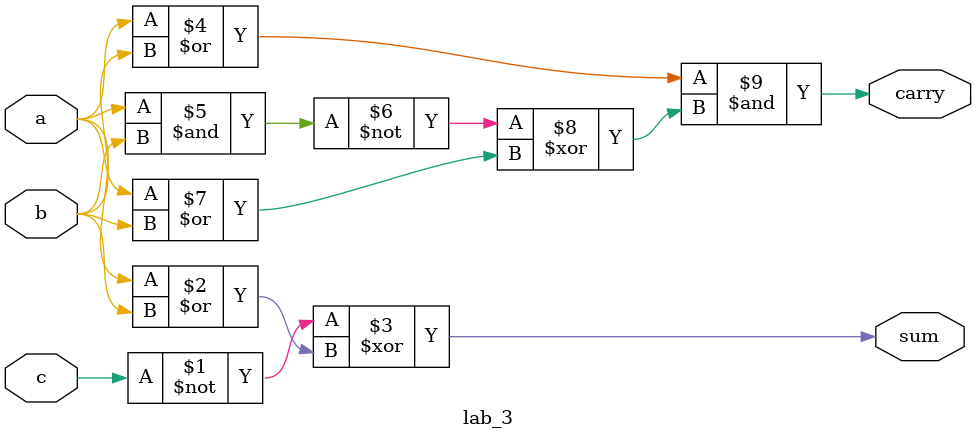
<source format=sv>
module lab_3(
 input logic a,
 input logic b,
 input logic c,
 output logic sum,
 output logic carry
 );
 assign sum = ~c ^ (a|b); 
 assign carry = (a|b) & (~(a&b)^(a|b));
 endmodule 
</source>
